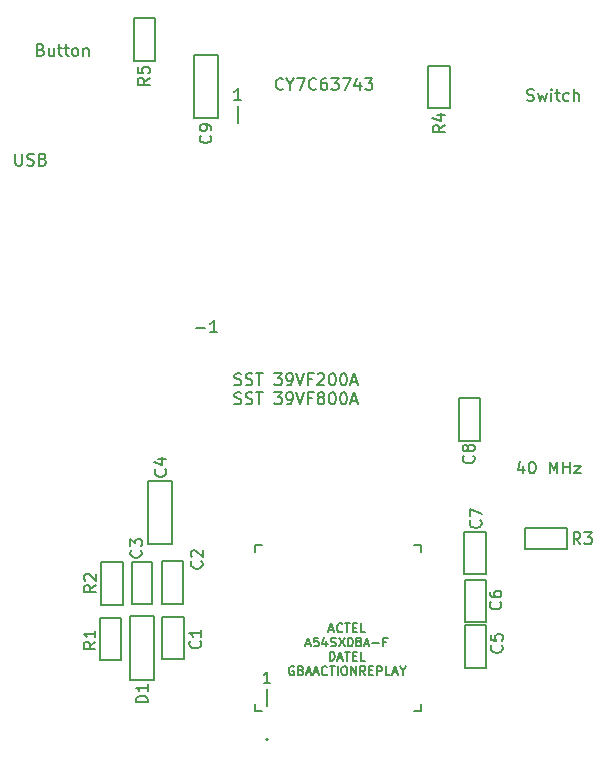
<source format=gbr>
%TF.GenerationSoftware,KiCad,Pcbnew,(6.0.2)*%
%TF.CreationDate,2022-08-25T20:59:28-05:00*%
%TF.ProjectId,REF1479,52454631-3437-4392-9e6b-696361645f70,rev?*%
%TF.SameCoordinates,Original*%
%TF.FileFunction,Legend,Top*%
%TF.FilePolarity,Positive*%
%FSLAX46Y46*%
G04 Gerber Fmt 4.6, Leading zero omitted, Abs format (unit mm)*
G04 Created by KiCad (PCBNEW (6.0.2)) date 2022-08-25 20:59:28*
%MOMM*%
%LPD*%
G01*
G04 APERTURE LIST*
%ADD10C,0.150000*%
%ADD11C,0.200000*%
%ADD12C,0.127000*%
G04 APERTURE END LIST*
D10*
X152522857Y-106739750D02*
X152880000Y-106739750D01*
X152451428Y-106954035D02*
X152701428Y-106204035D01*
X152951428Y-106954035D01*
X153630000Y-106882607D02*
X153594285Y-106918321D01*
X153487142Y-106954035D01*
X153415714Y-106954035D01*
X153308571Y-106918321D01*
X153237142Y-106846892D01*
X153201428Y-106775464D01*
X153165714Y-106632607D01*
X153165714Y-106525464D01*
X153201428Y-106382607D01*
X153237142Y-106311178D01*
X153308571Y-106239750D01*
X153415714Y-106204035D01*
X153487142Y-106204035D01*
X153594285Y-106239750D01*
X153630000Y-106275464D01*
X153844285Y-106204035D02*
X154272857Y-106204035D01*
X154058571Y-106954035D02*
X154058571Y-106204035D01*
X154522857Y-106561178D02*
X154772857Y-106561178D01*
X154880000Y-106954035D02*
X154522857Y-106954035D01*
X154522857Y-106204035D01*
X154880000Y-106204035D01*
X155558571Y-106954035D02*
X155201428Y-106954035D01*
X155201428Y-106204035D01*
X150576428Y-107947250D02*
X150933571Y-107947250D01*
X150505000Y-108161535D02*
X150755000Y-107411535D01*
X151005000Y-108161535D01*
X151612142Y-107411535D02*
X151255000Y-107411535D01*
X151219285Y-107768678D01*
X151255000Y-107732964D01*
X151326428Y-107697250D01*
X151505000Y-107697250D01*
X151576428Y-107732964D01*
X151612142Y-107768678D01*
X151647857Y-107840107D01*
X151647857Y-108018678D01*
X151612142Y-108090107D01*
X151576428Y-108125821D01*
X151505000Y-108161535D01*
X151326428Y-108161535D01*
X151255000Y-108125821D01*
X151219285Y-108090107D01*
X152290714Y-107661535D02*
X152290714Y-108161535D01*
X152112142Y-107375821D02*
X151933571Y-107911535D01*
X152397857Y-107911535D01*
X152647857Y-108125821D02*
X152755000Y-108161535D01*
X152933571Y-108161535D01*
X153005000Y-108125821D01*
X153040714Y-108090107D01*
X153076428Y-108018678D01*
X153076428Y-107947250D01*
X153040714Y-107875821D01*
X153005000Y-107840107D01*
X152933571Y-107804392D01*
X152790714Y-107768678D01*
X152719285Y-107732964D01*
X152683571Y-107697250D01*
X152647857Y-107625821D01*
X152647857Y-107554392D01*
X152683571Y-107482964D01*
X152719285Y-107447250D01*
X152790714Y-107411535D01*
X152969285Y-107411535D01*
X153076428Y-107447250D01*
X153326428Y-107411535D02*
X153826428Y-108161535D01*
X153826428Y-107411535D02*
X153326428Y-108161535D01*
X154255000Y-107411535D02*
X154326428Y-107411535D01*
X154397857Y-107447250D01*
X154433571Y-107482964D01*
X154469285Y-107554392D01*
X154505000Y-107697250D01*
X154505000Y-107875821D01*
X154469285Y-108018678D01*
X154433571Y-108090107D01*
X154397857Y-108125821D01*
X154326428Y-108161535D01*
X154255000Y-108161535D01*
X154183571Y-108125821D01*
X154147857Y-108090107D01*
X154112142Y-108018678D01*
X154076428Y-107875821D01*
X154076428Y-107697250D01*
X154112142Y-107554392D01*
X154147857Y-107482964D01*
X154183571Y-107447250D01*
X154255000Y-107411535D01*
X154933571Y-107732964D02*
X154862142Y-107697250D01*
X154826428Y-107661535D01*
X154790714Y-107590107D01*
X154790714Y-107554392D01*
X154826428Y-107482964D01*
X154862142Y-107447250D01*
X154933571Y-107411535D01*
X155076428Y-107411535D01*
X155147857Y-107447250D01*
X155183571Y-107482964D01*
X155219285Y-107554392D01*
X155219285Y-107590107D01*
X155183571Y-107661535D01*
X155147857Y-107697250D01*
X155076428Y-107732964D01*
X154933571Y-107732964D01*
X154862142Y-107768678D01*
X154826428Y-107804392D01*
X154790714Y-107875821D01*
X154790714Y-108018678D01*
X154826428Y-108090107D01*
X154862142Y-108125821D01*
X154933571Y-108161535D01*
X155076428Y-108161535D01*
X155147857Y-108125821D01*
X155183571Y-108090107D01*
X155219285Y-108018678D01*
X155219285Y-107875821D01*
X155183571Y-107804392D01*
X155147857Y-107768678D01*
X155076428Y-107732964D01*
X155505000Y-107947250D02*
X155862142Y-107947250D01*
X155433571Y-108161535D02*
X155683571Y-107411535D01*
X155933571Y-108161535D01*
X156183571Y-107875821D02*
X156755000Y-107875821D01*
X157362142Y-107768678D02*
X157112142Y-107768678D01*
X157112142Y-108161535D02*
X157112142Y-107411535D01*
X157469285Y-107411535D01*
X152558571Y-109369035D02*
X152558571Y-108619035D01*
X152737142Y-108619035D01*
X152844285Y-108654750D01*
X152915714Y-108726178D01*
X152951428Y-108797607D01*
X152987142Y-108940464D01*
X152987142Y-109047607D01*
X152951428Y-109190464D01*
X152915714Y-109261892D01*
X152844285Y-109333321D01*
X152737142Y-109369035D01*
X152558571Y-109369035D01*
X153272857Y-109154750D02*
X153630000Y-109154750D01*
X153201428Y-109369035D02*
X153451428Y-108619035D01*
X153701428Y-109369035D01*
X153844285Y-108619035D02*
X154272857Y-108619035D01*
X154058571Y-109369035D02*
X154058571Y-108619035D01*
X154522857Y-108976178D02*
X154772857Y-108976178D01*
X154880000Y-109369035D02*
X154522857Y-109369035D01*
X154522857Y-108619035D01*
X154880000Y-108619035D01*
X155558571Y-109369035D02*
X155201428Y-109369035D01*
X155201428Y-108619035D01*
X149522857Y-109862250D02*
X149451428Y-109826535D01*
X149344285Y-109826535D01*
X149237142Y-109862250D01*
X149165714Y-109933678D01*
X149130000Y-110005107D01*
X149094285Y-110147964D01*
X149094285Y-110255107D01*
X149130000Y-110397964D01*
X149165714Y-110469392D01*
X149237142Y-110540821D01*
X149344285Y-110576535D01*
X149415714Y-110576535D01*
X149522857Y-110540821D01*
X149558571Y-110505107D01*
X149558571Y-110255107D01*
X149415714Y-110255107D01*
X150130000Y-110183678D02*
X150237142Y-110219392D01*
X150272857Y-110255107D01*
X150308571Y-110326535D01*
X150308571Y-110433678D01*
X150272857Y-110505107D01*
X150237142Y-110540821D01*
X150165714Y-110576535D01*
X149880000Y-110576535D01*
X149880000Y-109826535D01*
X150130000Y-109826535D01*
X150201428Y-109862250D01*
X150237142Y-109897964D01*
X150272857Y-109969392D01*
X150272857Y-110040821D01*
X150237142Y-110112250D01*
X150201428Y-110147964D01*
X150130000Y-110183678D01*
X149880000Y-110183678D01*
X150594285Y-110362250D02*
X150951428Y-110362250D01*
X150522857Y-110576535D02*
X150772857Y-109826535D01*
X151022857Y-110576535D01*
X151237142Y-110362250D02*
X151594285Y-110362250D01*
X151165714Y-110576535D02*
X151415714Y-109826535D01*
X151665714Y-110576535D01*
X152344285Y-110505107D02*
X152308571Y-110540821D01*
X152201428Y-110576535D01*
X152130000Y-110576535D01*
X152022857Y-110540821D01*
X151951428Y-110469392D01*
X151915714Y-110397964D01*
X151880000Y-110255107D01*
X151880000Y-110147964D01*
X151915714Y-110005107D01*
X151951428Y-109933678D01*
X152022857Y-109862250D01*
X152130000Y-109826535D01*
X152201428Y-109826535D01*
X152308571Y-109862250D01*
X152344285Y-109897964D01*
X152558571Y-109826535D02*
X152987142Y-109826535D01*
X152772857Y-110576535D02*
X152772857Y-109826535D01*
X153237142Y-110576535D02*
X153237142Y-109826535D01*
X153737142Y-109826535D02*
X153880000Y-109826535D01*
X153951428Y-109862250D01*
X154022857Y-109933678D01*
X154058571Y-110076535D01*
X154058571Y-110326535D01*
X154022857Y-110469392D01*
X153951428Y-110540821D01*
X153880000Y-110576535D01*
X153737142Y-110576535D01*
X153665714Y-110540821D01*
X153594285Y-110469392D01*
X153558571Y-110326535D01*
X153558571Y-110076535D01*
X153594285Y-109933678D01*
X153665714Y-109862250D01*
X153737142Y-109826535D01*
X154380000Y-110576535D02*
X154380000Y-109826535D01*
X154808571Y-110576535D01*
X154808571Y-109826535D01*
X155594285Y-110576535D02*
X155344285Y-110219392D01*
X155165714Y-110576535D02*
X155165714Y-109826535D01*
X155451428Y-109826535D01*
X155522857Y-109862250D01*
X155558571Y-109897964D01*
X155594285Y-109969392D01*
X155594285Y-110076535D01*
X155558571Y-110147964D01*
X155522857Y-110183678D01*
X155451428Y-110219392D01*
X155165714Y-110219392D01*
X155915714Y-110183678D02*
X156165714Y-110183678D01*
X156272857Y-110576535D02*
X155915714Y-110576535D01*
X155915714Y-109826535D01*
X156272857Y-109826535D01*
X156594285Y-110576535D02*
X156594285Y-109826535D01*
X156880000Y-109826535D01*
X156951428Y-109862250D01*
X156987142Y-109897964D01*
X157022857Y-109969392D01*
X157022857Y-110076535D01*
X156987142Y-110147964D01*
X156951428Y-110183678D01*
X156880000Y-110219392D01*
X156594285Y-110219392D01*
X157701428Y-110576535D02*
X157344285Y-110576535D01*
X157344285Y-109826535D01*
X157915714Y-110362250D02*
X158272857Y-110362250D01*
X157844285Y-110576535D02*
X158094285Y-109826535D01*
X158344285Y-110576535D01*
X158737142Y-110219392D02*
X158737142Y-110576535D01*
X158487142Y-109826535D02*
X158737142Y-110219392D01*
X158987142Y-109826535D01*
X136577142Y-100017666D02*
X136624761Y-100065285D01*
X136672380Y-100208142D01*
X136672380Y-100303380D01*
X136624761Y-100446238D01*
X136529523Y-100541476D01*
X136434285Y-100589095D01*
X136243809Y-100636714D01*
X136100952Y-100636714D01*
X135910476Y-100589095D01*
X135815238Y-100541476D01*
X135720000Y-100446238D01*
X135672380Y-100303380D01*
X135672380Y-100208142D01*
X135720000Y-100065285D01*
X135767619Y-100017666D01*
X135672380Y-99684333D02*
X135672380Y-99065285D01*
X136053333Y-99398619D01*
X136053333Y-99255761D01*
X136100952Y-99160523D01*
X136148571Y-99112904D01*
X136243809Y-99065285D01*
X136481904Y-99065285D01*
X136577142Y-99112904D01*
X136624761Y-99160523D01*
X136672380Y-99255761D01*
X136672380Y-99541476D01*
X136624761Y-99636714D01*
X136577142Y-99684333D01*
X141713142Y-100948666D02*
X141760761Y-100996285D01*
X141808380Y-101139142D01*
X141808380Y-101234380D01*
X141760761Y-101377238D01*
X141665523Y-101472476D01*
X141570285Y-101520095D01*
X141379809Y-101567714D01*
X141236952Y-101567714D01*
X141046476Y-101520095D01*
X140951238Y-101472476D01*
X140856000Y-101377238D01*
X140808380Y-101234380D01*
X140808380Y-101139142D01*
X140856000Y-100996285D01*
X140903619Y-100948666D01*
X140903619Y-100567714D02*
X140856000Y-100520095D01*
X140808380Y-100424857D01*
X140808380Y-100186761D01*
X140856000Y-100091523D01*
X140903619Y-100043904D01*
X140998857Y-99996285D01*
X141094095Y-99996285D01*
X141236952Y-100043904D01*
X141808380Y-100615333D01*
X141808380Y-99996285D01*
X141593142Y-107706666D02*
X141640761Y-107754285D01*
X141688380Y-107897142D01*
X141688380Y-107992380D01*
X141640761Y-108135238D01*
X141545523Y-108230476D01*
X141450285Y-108278095D01*
X141259809Y-108325714D01*
X141116952Y-108325714D01*
X140926476Y-108278095D01*
X140831238Y-108230476D01*
X140736000Y-108135238D01*
X140688380Y-107992380D01*
X140688380Y-107897142D01*
X140736000Y-107754285D01*
X140783619Y-107706666D01*
X141688380Y-106754285D02*
X141688380Y-107325714D01*
X141688380Y-107040000D02*
X140688380Y-107040000D01*
X140831238Y-107135238D01*
X140926476Y-107230476D01*
X140974095Y-107325714D01*
X137152380Y-112904095D02*
X136152380Y-112904095D01*
X136152380Y-112666000D01*
X136200000Y-112523142D01*
X136295238Y-112427904D01*
X136390476Y-112380285D01*
X136580952Y-112332666D01*
X136723809Y-112332666D01*
X136914285Y-112380285D01*
X137009523Y-112427904D01*
X137104761Y-112523142D01*
X137152380Y-112666000D01*
X137152380Y-112904095D01*
X137152380Y-111380285D02*
X137152380Y-111951714D01*
X137152380Y-111666000D02*
X136152380Y-111666000D01*
X136295238Y-111761238D01*
X136390476Y-111856476D01*
X136438095Y-111951714D01*
X132767380Y-102961666D02*
X132291190Y-103295000D01*
X132767380Y-103533095D02*
X131767380Y-103533095D01*
X131767380Y-103152142D01*
X131815000Y-103056904D01*
X131862619Y-103009285D01*
X131957857Y-102961666D01*
X132100714Y-102961666D01*
X132195952Y-103009285D01*
X132243571Y-103056904D01*
X132291190Y-103152142D01*
X132291190Y-103533095D01*
X131862619Y-102580714D02*
X131815000Y-102533095D01*
X131767380Y-102437857D01*
X131767380Y-102199761D01*
X131815000Y-102104523D01*
X131862619Y-102056904D01*
X131957857Y-102009285D01*
X132053095Y-102009285D01*
X132195952Y-102056904D01*
X132767380Y-102628333D01*
X132767380Y-102009285D01*
X132737380Y-107767666D02*
X132261190Y-108101000D01*
X132737380Y-108339095D02*
X131737380Y-108339095D01*
X131737380Y-107958142D01*
X131785000Y-107862904D01*
X131832619Y-107815285D01*
X131927857Y-107767666D01*
X132070714Y-107767666D01*
X132165952Y-107815285D01*
X132213571Y-107862904D01*
X132261190Y-107958142D01*
X132261190Y-108339095D01*
X132737380Y-106815285D02*
X132737380Y-107386714D01*
X132737380Y-107101000D02*
X131737380Y-107101000D01*
X131880238Y-107196238D01*
X131975476Y-107291476D01*
X132023095Y-107386714D01*
X163529000Y-87152000D02*
X165251000Y-87152000D01*
X165251000Y-87152000D02*
X165251000Y-90730000D01*
X165251000Y-90730000D02*
X163529000Y-90730000D01*
X163529000Y-90730000D02*
X163529000Y-87152000D01*
X163988000Y-106366000D02*
X165817000Y-106366000D01*
X165817000Y-106366000D02*
X165817000Y-109943000D01*
X165817000Y-109943000D02*
X163988000Y-109943000D01*
X163988000Y-109943000D02*
X163988000Y-106366000D01*
X163988000Y-102534000D02*
X165776000Y-102534000D01*
X165776000Y-102534000D02*
X165776000Y-106112000D01*
X165776000Y-106112000D02*
X163988000Y-106112000D01*
X163988000Y-106112000D02*
X163988000Y-102534000D01*
X163961000Y-98462000D02*
X165803000Y-98462000D01*
X165803000Y-98462000D02*
X165803000Y-102040000D01*
X165803000Y-102040000D02*
X163961000Y-102040000D01*
X163961000Y-102040000D02*
X163961000Y-98462000D01*
X169119000Y-98128000D02*
X172679000Y-98128000D01*
X172679000Y-98128000D02*
X172679000Y-99873000D01*
X172679000Y-99873000D02*
X169119000Y-99873000D01*
X169119000Y-99873000D02*
X169119000Y-98128000D01*
X160911000Y-59020000D02*
X162718000Y-59020000D01*
X162718000Y-59020000D02*
X162718000Y-62606000D01*
X162718000Y-62606000D02*
X160911000Y-62606000D01*
X160911000Y-62606000D02*
X160911000Y-59020000D01*
X141051000Y-58071000D02*
X143120000Y-58071000D01*
X143120000Y-58071000D02*
X143120000Y-63451000D01*
X143120000Y-63451000D02*
X141051000Y-63451000D01*
X141051000Y-63451000D02*
X141051000Y-58071000D01*
X135999000Y-54990000D02*
X137792000Y-54990000D01*
X137792000Y-54990000D02*
X137792000Y-58551000D01*
X137792000Y-58551000D02*
X135999000Y-58551000D01*
X135999000Y-58551000D02*
X135999000Y-54990000D01*
X138388000Y-105682000D02*
X140213000Y-105682000D01*
X140213000Y-105682000D02*
X140213000Y-109251000D01*
X140213000Y-109251000D02*
X138388000Y-109251000D01*
X138388000Y-109251000D02*
X138388000Y-105682000D01*
X135692000Y-105593000D02*
X137694000Y-105593000D01*
X137694000Y-105593000D02*
X137694000Y-110978000D01*
X137694000Y-110978000D02*
X135692000Y-110978000D01*
X135692000Y-110978000D02*
X135692000Y-105593000D01*
X133155000Y-105727000D02*
X134891000Y-105727000D01*
X134891000Y-105727000D02*
X134891000Y-109269000D01*
X134891000Y-109269000D02*
X133155000Y-109269000D01*
X133155000Y-109269000D02*
X133155000Y-105727000D01*
X138365000Y-100964000D02*
X140154000Y-100964000D01*
X140154000Y-100964000D02*
X140154000Y-104555000D01*
X140154000Y-104555000D02*
X138365000Y-104555000D01*
X138365000Y-104555000D02*
X138365000Y-100964000D01*
X135802000Y-101004000D02*
X137551000Y-101004000D01*
X137551000Y-101004000D02*
X137551000Y-104595000D01*
X137551000Y-104595000D02*
X135802000Y-104595000D01*
X135802000Y-104595000D02*
X135802000Y-101004000D01*
X133239000Y-101044000D02*
X135041000Y-101044000D01*
X135041000Y-101044000D02*
X135041000Y-104648000D01*
X135041000Y-104648000D02*
X133239000Y-104648000D01*
X133239000Y-104648000D02*
X133239000Y-101044000D01*
X137203000Y-94109000D02*
X139225000Y-94109000D01*
X139225000Y-94109000D02*
X139225000Y-99516000D01*
X139225000Y-99516000D02*
X137203000Y-99516000D01*
X137203000Y-99516000D02*
X137203000Y-94109000D01*
X138641142Y-93154666D02*
X138688761Y-93202285D01*
X138736380Y-93345142D01*
X138736380Y-93440380D01*
X138688761Y-93583238D01*
X138593523Y-93678476D01*
X138498285Y-93726095D01*
X138307809Y-93773714D01*
X138164952Y-93773714D01*
X137974476Y-93726095D01*
X137879238Y-93678476D01*
X137784000Y-93583238D01*
X137736380Y-93440380D01*
X137736380Y-93345142D01*
X137784000Y-93202285D01*
X137831619Y-93154666D01*
X138069714Y-92297523D02*
X138736380Y-92297523D01*
X137688761Y-92535619D02*
X138403047Y-92773714D01*
X138403047Y-92154666D01*
X167115142Y-108064666D02*
X167162761Y-108112285D01*
X167210380Y-108255142D01*
X167210380Y-108350380D01*
X167162761Y-108493238D01*
X167067523Y-108588476D01*
X166972285Y-108636095D01*
X166781809Y-108683714D01*
X166638952Y-108683714D01*
X166448476Y-108636095D01*
X166353238Y-108588476D01*
X166258000Y-108493238D01*
X166210380Y-108350380D01*
X166210380Y-108255142D01*
X166258000Y-108112285D01*
X166305619Y-108064666D01*
X166210380Y-107159904D02*
X166210380Y-107636095D01*
X166686571Y-107683714D01*
X166638952Y-107636095D01*
X166591333Y-107540857D01*
X166591333Y-107302761D01*
X166638952Y-107207523D01*
X166686571Y-107159904D01*
X166781809Y-107112285D01*
X167019904Y-107112285D01*
X167115142Y-107159904D01*
X167162761Y-107207523D01*
X167210380Y-107302761D01*
X167210380Y-107540857D01*
X167162761Y-107636095D01*
X167115142Y-107683714D01*
X167003142Y-104379666D02*
X167050761Y-104427285D01*
X167098380Y-104570142D01*
X167098380Y-104665380D01*
X167050761Y-104808238D01*
X166955523Y-104903476D01*
X166860285Y-104951095D01*
X166669809Y-104998714D01*
X166526952Y-104998714D01*
X166336476Y-104951095D01*
X166241238Y-104903476D01*
X166146000Y-104808238D01*
X166098380Y-104665380D01*
X166098380Y-104570142D01*
X166146000Y-104427285D01*
X166193619Y-104379666D01*
X166098380Y-103522523D02*
X166098380Y-103713000D01*
X166146000Y-103808238D01*
X166193619Y-103855857D01*
X166336476Y-103951095D01*
X166526952Y-103998714D01*
X166907904Y-103998714D01*
X167003142Y-103951095D01*
X167050761Y-103903476D01*
X167098380Y-103808238D01*
X167098380Y-103617761D01*
X167050761Y-103522523D01*
X167003142Y-103474904D01*
X166907904Y-103427285D01*
X166669809Y-103427285D01*
X166574571Y-103474904D01*
X166526952Y-103522523D01*
X166479333Y-103617761D01*
X166479333Y-103808238D01*
X166526952Y-103903476D01*
X166574571Y-103951095D01*
X166669809Y-103998714D01*
X165332142Y-97479666D02*
X165379761Y-97527285D01*
X165427380Y-97670142D01*
X165427380Y-97765380D01*
X165379761Y-97908238D01*
X165284523Y-98003476D01*
X165189285Y-98051095D01*
X164998809Y-98098714D01*
X164855952Y-98098714D01*
X164665476Y-98051095D01*
X164570238Y-98003476D01*
X164475000Y-97908238D01*
X164427380Y-97765380D01*
X164427380Y-97670142D01*
X164475000Y-97527285D01*
X164522619Y-97479666D01*
X164427380Y-97146333D02*
X164427380Y-96479666D01*
X165427380Y-96908238D01*
X173795333Y-99498380D02*
X173462000Y-99022190D01*
X173223904Y-99498380D02*
X173223904Y-98498380D01*
X173604857Y-98498380D01*
X173700095Y-98546000D01*
X173747714Y-98593619D01*
X173795333Y-98688857D01*
X173795333Y-98831714D01*
X173747714Y-98926952D01*
X173700095Y-98974571D01*
X173604857Y-99022190D01*
X173223904Y-99022190D01*
X174128666Y-98498380D02*
X174747714Y-98498380D01*
X174414380Y-98879333D01*
X174557238Y-98879333D01*
X174652476Y-98926952D01*
X174700095Y-98974571D01*
X174747714Y-99069809D01*
X174747714Y-99307904D01*
X174700095Y-99403142D01*
X174652476Y-99450761D01*
X174557238Y-99498380D01*
X174271523Y-99498380D01*
X174176285Y-99450761D01*
X174128666Y-99403142D01*
X164739142Y-92025666D02*
X164786761Y-92073285D01*
X164834380Y-92216142D01*
X164834380Y-92311380D01*
X164786761Y-92454238D01*
X164691523Y-92549476D01*
X164596285Y-92597095D01*
X164405809Y-92644714D01*
X164262952Y-92644714D01*
X164072476Y-92597095D01*
X163977238Y-92549476D01*
X163882000Y-92454238D01*
X163834380Y-92311380D01*
X163834380Y-92216142D01*
X163882000Y-92073285D01*
X163929619Y-92025666D01*
X164262952Y-91454238D02*
X164215333Y-91549476D01*
X164167714Y-91597095D01*
X164072476Y-91644714D01*
X164024857Y-91644714D01*
X163929619Y-91597095D01*
X163882000Y-91549476D01*
X163834380Y-91454238D01*
X163834380Y-91263761D01*
X163882000Y-91168523D01*
X163929619Y-91120904D01*
X164024857Y-91073285D01*
X164072476Y-91073285D01*
X164167714Y-91120904D01*
X164215333Y-91168523D01*
X164262952Y-91263761D01*
X164262952Y-91454238D01*
X164310571Y-91549476D01*
X164358190Y-91597095D01*
X164453428Y-91644714D01*
X164643904Y-91644714D01*
X164739142Y-91597095D01*
X164786761Y-91549476D01*
X164834380Y-91454238D01*
X164834380Y-91263761D01*
X164786761Y-91168523D01*
X164739142Y-91120904D01*
X164643904Y-91073285D01*
X164453428Y-91073285D01*
X164358190Y-91120904D01*
X164310571Y-91168523D01*
X164262952Y-91263761D01*
X162307380Y-64021666D02*
X161831190Y-64355000D01*
X162307380Y-64593095D02*
X161307380Y-64593095D01*
X161307380Y-64212142D01*
X161355000Y-64116904D01*
X161402619Y-64069285D01*
X161497857Y-64021666D01*
X161640714Y-64021666D01*
X161735952Y-64069285D01*
X161783571Y-64116904D01*
X161831190Y-64212142D01*
X161831190Y-64593095D01*
X161640714Y-63164523D02*
X162307380Y-63164523D01*
X161259761Y-63402619D02*
X161974047Y-63640714D01*
X161974047Y-63021666D01*
X142451142Y-64898666D02*
X142498761Y-64946285D01*
X142546380Y-65089142D01*
X142546380Y-65184380D01*
X142498761Y-65327238D01*
X142403523Y-65422476D01*
X142308285Y-65470095D01*
X142117809Y-65517714D01*
X141974952Y-65517714D01*
X141784476Y-65470095D01*
X141689238Y-65422476D01*
X141594000Y-65327238D01*
X141546380Y-65184380D01*
X141546380Y-65089142D01*
X141594000Y-64946285D01*
X141641619Y-64898666D01*
X142546380Y-64422476D02*
X142546380Y-64232000D01*
X142498761Y-64136761D01*
X142451142Y-64089142D01*
X142308285Y-63993904D01*
X142117809Y-63946285D01*
X141736857Y-63946285D01*
X141641619Y-63993904D01*
X141594000Y-64041523D01*
X141546380Y-64136761D01*
X141546380Y-64327238D01*
X141594000Y-64422476D01*
X141641619Y-64470095D01*
X141736857Y-64517714D01*
X141974952Y-64517714D01*
X142070190Y-64470095D01*
X142117809Y-64422476D01*
X142165428Y-64327238D01*
X142165428Y-64136761D01*
X142117809Y-64041523D01*
X142070190Y-63993904D01*
X141974952Y-63946285D01*
X137313380Y-60012666D02*
X136837190Y-60346000D01*
X137313380Y-60584095D02*
X136313380Y-60584095D01*
X136313380Y-60203142D01*
X136361000Y-60107904D01*
X136408619Y-60060285D01*
X136503857Y-60012666D01*
X136646714Y-60012666D01*
X136741952Y-60060285D01*
X136789571Y-60107904D01*
X136837190Y-60203142D01*
X136837190Y-60584095D01*
X136313380Y-59107904D02*
X136313380Y-59584095D01*
X136789571Y-59631714D01*
X136741952Y-59584095D01*
X136694333Y-59488857D01*
X136694333Y-59250761D01*
X136741952Y-59155523D01*
X136789571Y-59107904D01*
X136884809Y-59060285D01*
X137122904Y-59060285D01*
X137218142Y-59107904D01*
X137265761Y-59155523D01*
X137313380Y-59250761D01*
X137313380Y-59488857D01*
X137265761Y-59584095D01*
X137218142Y-59631714D01*
X168948333Y-92847714D02*
X168948333Y-93514380D01*
X168710238Y-92466761D02*
X168472142Y-93181047D01*
X169091190Y-93181047D01*
X169662619Y-92514380D02*
X169757857Y-92514380D01*
X169853095Y-92562000D01*
X169900714Y-92609619D01*
X169948333Y-92704857D01*
X169995952Y-92895333D01*
X169995952Y-93133428D01*
X169948333Y-93323904D01*
X169900714Y-93419142D01*
X169853095Y-93466761D01*
X169757857Y-93514380D01*
X169662619Y-93514380D01*
X169567380Y-93466761D01*
X169519761Y-93419142D01*
X169472142Y-93323904D01*
X169424523Y-93133428D01*
X169424523Y-92895333D01*
X169472142Y-92704857D01*
X169519761Y-92609619D01*
X169567380Y-92562000D01*
X169662619Y-92514380D01*
X171186428Y-93514380D02*
X171186428Y-92514380D01*
X171519761Y-93228666D01*
X171853095Y-92514380D01*
X171853095Y-93514380D01*
X172329285Y-93514380D02*
X172329285Y-92514380D01*
X172329285Y-92990571D02*
X172900714Y-92990571D01*
X172900714Y-93514380D02*
X172900714Y-92514380D01*
X173281666Y-92847714D02*
X173805476Y-92847714D01*
X173281666Y-93514380D01*
X173805476Y-93514380D01*
X145064714Y-61903380D02*
X144493285Y-61903380D01*
X144779000Y-61903380D02*
X144779000Y-60903380D01*
X144683761Y-61046238D01*
X144588523Y-61141476D01*
X144493285Y-61189095D01*
X144779000Y-63846714D02*
X144779000Y-62418142D01*
X148616809Y-60940142D02*
X148569190Y-60987761D01*
X148426333Y-61035380D01*
X148331095Y-61035380D01*
X148188238Y-60987761D01*
X148093000Y-60892523D01*
X148045380Y-60797285D01*
X147997761Y-60606809D01*
X147997761Y-60463952D01*
X148045380Y-60273476D01*
X148093000Y-60178238D01*
X148188238Y-60083000D01*
X148331095Y-60035380D01*
X148426333Y-60035380D01*
X148569190Y-60083000D01*
X148616809Y-60130619D01*
X149235857Y-60559190D02*
X149235857Y-61035380D01*
X148902523Y-60035380D02*
X149235857Y-60559190D01*
X149569190Y-60035380D01*
X149807285Y-60035380D02*
X150473952Y-60035380D01*
X150045380Y-61035380D01*
X151426333Y-60940142D02*
X151378714Y-60987761D01*
X151235857Y-61035380D01*
X151140619Y-61035380D01*
X150997761Y-60987761D01*
X150902523Y-60892523D01*
X150854904Y-60797285D01*
X150807285Y-60606809D01*
X150807285Y-60463952D01*
X150854904Y-60273476D01*
X150902523Y-60178238D01*
X150997761Y-60083000D01*
X151140619Y-60035380D01*
X151235857Y-60035380D01*
X151378714Y-60083000D01*
X151426333Y-60130619D01*
X152283476Y-60035380D02*
X152093000Y-60035380D01*
X151997761Y-60083000D01*
X151950142Y-60130619D01*
X151854904Y-60273476D01*
X151807285Y-60463952D01*
X151807285Y-60844904D01*
X151854904Y-60940142D01*
X151902523Y-60987761D01*
X151997761Y-61035380D01*
X152188238Y-61035380D01*
X152283476Y-60987761D01*
X152331095Y-60940142D01*
X152378714Y-60844904D01*
X152378714Y-60606809D01*
X152331095Y-60511571D01*
X152283476Y-60463952D01*
X152188238Y-60416333D01*
X151997761Y-60416333D01*
X151902523Y-60463952D01*
X151854904Y-60511571D01*
X151807285Y-60606809D01*
X152712047Y-60035380D02*
X153331095Y-60035380D01*
X152997761Y-60416333D01*
X153140619Y-60416333D01*
X153235857Y-60463952D01*
X153283476Y-60511571D01*
X153331095Y-60606809D01*
X153331095Y-60844904D01*
X153283476Y-60940142D01*
X153235857Y-60987761D01*
X153140619Y-61035380D01*
X152854904Y-61035380D01*
X152759666Y-60987761D01*
X152712047Y-60940142D01*
X153664428Y-60035380D02*
X154331095Y-60035380D01*
X153902523Y-61035380D01*
X155140619Y-60368714D02*
X155140619Y-61035380D01*
X154902523Y-59987761D02*
X154664428Y-60702047D01*
X155283476Y-60702047D01*
X155569190Y-60035380D02*
X156188238Y-60035380D01*
X155854904Y-60416333D01*
X155997761Y-60416333D01*
X156093000Y-60463952D01*
X156140619Y-60511571D01*
X156188238Y-60606809D01*
X156188238Y-60844904D01*
X156140619Y-60940142D01*
X156093000Y-60987761D01*
X155997761Y-61035380D01*
X155712047Y-61035380D01*
X155616809Y-60987761D01*
X155569190Y-60940142D01*
X125952095Y-66443380D02*
X125952095Y-67252904D01*
X125999714Y-67348142D01*
X126047333Y-67395761D01*
X126142571Y-67443380D01*
X126333047Y-67443380D01*
X126428285Y-67395761D01*
X126475904Y-67348142D01*
X126523523Y-67252904D01*
X126523523Y-66443380D01*
X126952095Y-67395761D02*
X127094952Y-67443380D01*
X127333047Y-67443380D01*
X127428285Y-67395761D01*
X127475904Y-67348142D01*
X127523523Y-67252904D01*
X127523523Y-67157666D01*
X127475904Y-67062428D01*
X127428285Y-67014809D01*
X127333047Y-66967190D01*
X127142571Y-66919571D01*
X127047333Y-66871952D01*
X126999714Y-66824333D01*
X126952095Y-66729095D01*
X126952095Y-66633857D01*
X126999714Y-66538619D01*
X127047333Y-66491000D01*
X127142571Y-66443380D01*
X127380666Y-66443380D01*
X127523523Y-66491000D01*
X128285428Y-66919571D02*
X128428285Y-66967190D01*
X128475904Y-67014809D01*
X128523523Y-67110047D01*
X128523523Y-67252904D01*
X128475904Y-67348142D01*
X128428285Y-67395761D01*
X128333047Y-67443380D01*
X127952095Y-67443380D01*
X127952095Y-66443380D01*
X128285428Y-66443380D01*
X128380666Y-66491000D01*
X128428285Y-66538619D01*
X128475904Y-66633857D01*
X128475904Y-66729095D01*
X128428285Y-66824333D01*
X128380666Y-66871952D01*
X128285428Y-66919571D01*
X127952095Y-66919571D01*
X128099857Y-57638571D02*
X128242714Y-57686190D01*
X128290333Y-57733809D01*
X128337952Y-57829047D01*
X128337952Y-57971904D01*
X128290333Y-58067142D01*
X128242714Y-58114761D01*
X128147476Y-58162380D01*
X127766523Y-58162380D01*
X127766523Y-57162380D01*
X128099857Y-57162380D01*
X128195095Y-57210000D01*
X128242714Y-57257619D01*
X128290333Y-57352857D01*
X128290333Y-57448095D01*
X128242714Y-57543333D01*
X128195095Y-57590952D01*
X128099857Y-57638571D01*
X127766523Y-57638571D01*
X129195095Y-57495714D02*
X129195095Y-58162380D01*
X128766523Y-57495714D02*
X128766523Y-58019523D01*
X128814142Y-58114761D01*
X128909380Y-58162380D01*
X129052238Y-58162380D01*
X129147476Y-58114761D01*
X129195095Y-58067142D01*
X129528428Y-57495714D02*
X129909380Y-57495714D01*
X129671285Y-57162380D02*
X129671285Y-58019523D01*
X129718904Y-58114761D01*
X129814142Y-58162380D01*
X129909380Y-58162380D01*
X130099857Y-57495714D02*
X130480809Y-57495714D01*
X130242714Y-57162380D02*
X130242714Y-58019523D01*
X130290333Y-58114761D01*
X130385571Y-58162380D01*
X130480809Y-58162380D01*
X130957000Y-58162380D02*
X130861761Y-58114761D01*
X130814142Y-58067142D01*
X130766523Y-57971904D01*
X130766523Y-57686190D01*
X130814142Y-57590952D01*
X130861761Y-57543333D01*
X130957000Y-57495714D01*
X131099857Y-57495714D01*
X131195095Y-57543333D01*
X131242714Y-57590952D01*
X131290333Y-57686190D01*
X131290333Y-57971904D01*
X131242714Y-58067142D01*
X131195095Y-58114761D01*
X131099857Y-58162380D01*
X130957000Y-58162380D01*
X131718904Y-57495714D02*
X131718904Y-58162380D01*
X131718904Y-57590952D02*
X131766523Y-57543333D01*
X131861761Y-57495714D01*
X132004619Y-57495714D01*
X132099857Y-57543333D01*
X132147476Y-57638571D01*
X132147476Y-58162380D01*
X169286714Y-61933761D02*
X169429571Y-61981380D01*
X169667666Y-61981380D01*
X169762904Y-61933761D01*
X169810523Y-61886142D01*
X169858142Y-61790904D01*
X169858142Y-61695666D01*
X169810523Y-61600428D01*
X169762904Y-61552809D01*
X169667666Y-61505190D01*
X169477190Y-61457571D01*
X169381952Y-61409952D01*
X169334333Y-61362333D01*
X169286714Y-61267095D01*
X169286714Y-61171857D01*
X169334333Y-61076619D01*
X169381952Y-61029000D01*
X169477190Y-60981380D01*
X169715285Y-60981380D01*
X169858142Y-61029000D01*
X170191476Y-61314714D02*
X170381952Y-61981380D01*
X170572428Y-61505190D01*
X170762904Y-61981380D01*
X170953380Y-61314714D01*
X171334333Y-61981380D02*
X171334333Y-61314714D01*
X171334333Y-60981380D02*
X171286714Y-61029000D01*
X171334333Y-61076619D01*
X171381952Y-61029000D01*
X171334333Y-60981380D01*
X171334333Y-61076619D01*
X171667666Y-61314714D02*
X172048619Y-61314714D01*
X171810523Y-60981380D02*
X171810523Y-61838523D01*
X171858142Y-61933761D01*
X171953380Y-61981380D01*
X172048619Y-61981380D01*
X172810523Y-61933761D02*
X172715285Y-61981380D01*
X172524809Y-61981380D01*
X172429571Y-61933761D01*
X172381952Y-61886142D01*
X172334333Y-61790904D01*
X172334333Y-61505190D01*
X172381952Y-61409952D01*
X172429571Y-61362333D01*
X172524809Y-61314714D01*
X172715285Y-61314714D01*
X172810523Y-61362333D01*
X173239095Y-61981380D02*
X173239095Y-60981380D01*
X173667666Y-61981380D02*
X173667666Y-61457571D01*
X173620047Y-61362333D01*
X173524809Y-61314714D01*
X173381952Y-61314714D01*
X173286714Y-61362333D01*
X173239095Y-61409952D01*
X144498523Y-85984761D02*
X144641380Y-86032380D01*
X144879476Y-86032380D01*
X144974714Y-85984761D01*
X145022333Y-85937142D01*
X145069952Y-85841904D01*
X145069952Y-85746666D01*
X145022333Y-85651428D01*
X144974714Y-85603809D01*
X144879476Y-85556190D01*
X144689000Y-85508571D01*
X144593761Y-85460952D01*
X144546142Y-85413333D01*
X144498523Y-85318095D01*
X144498523Y-85222857D01*
X144546142Y-85127619D01*
X144593761Y-85080000D01*
X144689000Y-85032380D01*
X144927095Y-85032380D01*
X145069952Y-85080000D01*
X145450904Y-85984761D02*
X145593761Y-86032380D01*
X145831857Y-86032380D01*
X145927095Y-85984761D01*
X145974714Y-85937142D01*
X146022333Y-85841904D01*
X146022333Y-85746666D01*
X145974714Y-85651428D01*
X145927095Y-85603809D01*
X145831857Y-85556190D01*
X145641380Y-85508571D01*
X145546142Y-85460952D01*
X145498523Y-85413333D01*
X145450904Y-85318095D01*
X145450904Y-85222857D01*
X145498523Y-85127619D01*
X145546142Y-85080000D01*
X145641380Y-85032380D01*
X145879476Y-85032380D01*
X146022333Y-85080000D01*
X146308047Y-85032380D02*
X146879476Y-85032380D01*
X146593761Y-86032380D02*
X146593761Y-85032380D01*
X147879476Y-85032380D02*
X148498523Y-85032380D01*
X148165190Y-85413333D01*
X148308047Y-85413333D01*
X148403285Y-85460952D01*
X148450904Y-85508571D01*
X148498523Y-85603809D01*
X148498523Y-85841904D01*
X148450904Y-85937142D01*
X148403285Y-85984761D01*
X148308047Y-86032380D01*
X148022333Y-86032380D01*
X147927095Y-85984761D01*
X147879476Y-85937142D01*
X148974714Y-86032380D02*
X149165190Y-86032380D01*
X149260428Y-85984761D01*
X149308047Y-85937142D01*
X149403285Y-85794285D01*
X149450904Y-85603809D01*
X149450904Y-85222857D01*
X149403285Y-85127619D01*
X149355666Y-85080000D01*
X149260428Y-85032380D01*
X149069952Y-85032380D01*
X148974714Y-85080000D01*
X148927095Y-85127619D01*
X148879476Y-85222857D01*
X148879476Y-85460952D01*
X148927095Y-85556190D01*
X148974714Y-85603809D01*
X149069952Y-85651428D01*
X149260428Y-85651428D01*
X149355666Y-85603809D01*
X149403285Y-85556190D01*
X149450904Y-85460952D01*
X149736619Y-85032380D02*
X150069952Y-86032380D01*
X150403285Y-85032380D01*
X151069952Y-85508571D02*
X150736619Y-85508571D01*
X150736619Y-86032380D02*
X150736619Y-85032380D01*
X151212809Y-85032380D01*
X151546142Y-85127619D02*
X151593761Y-85080000D01*
X151689000Y-85032380D01*
X151927095Y-85032380D01*
X152022333Y-85080000D01*
X152069952Y-85127619D01*
X152117571Y-85222857D01*
X152117571Y-85318095D01*
X152069952Y-85460952D01*
X151498523Y-86032380D01*
X152117571Y-86032380D01*
X152736619Y-85032380D02*
X152831857Y-85032380D01*
X152927095Y-85080000D01*
X152974714Y-85127619D01*
X153022333Y-85222857D01*
X153069952Y-85413333D01*
X153069952Y-85651428D01*
X153022333Y-85841904D01*
X152974714Y-85937142D01*
X152927095Y-85984761D01*
X152831857Y-86032380D01*
X152736619Y-86032380D01*
X152641380Y-85984761D01*
X152593761Y-85937142D01*
X152546142Y-85841904D01*
X152498523Y-85651428D01*
X152498523Y-85413333D01*
X152546142Y-85222857D01*
X152593761Y-85127619D01*
X152641380Y-85080000D01*
X152736619Y-85032380D01*
X153689000Y-85032380D02*
X153784238Y-85032380D01*
X153879476Y-85080000D01*
X153927095Y-85127619D01*
X153974714Y-85222857D01*
X154022333Y-85413333D01*
X154022333Y-85651428D01*
X153974714Y-85841904D01*
X153927095Y-85937142D01*
X153879476Y-85984761D01*
X153784238Y-86032380D01*
X153689000Y-86032380D01*
X153593761Y-85984761D01*
X153546142Y-85937142D01*
X153498523Y-85841904D01*
X153450904Y-85651428D01*
X153450904Y-85413333D01*
X153498523Y-85222857D01*
X153546142Y-85127619D01*
X153593761Y-85080000D01*
X153689000Y-85032380D01*
X154403285Y-85746666D02*
X154879476Y-85746666D01*
X154308047Y-86032380D02*
X154641380Y-85032380D01*
X154974714Y-86032380D01*
X144498523Y-87594761D02*
X144641380Y-87642380D01*
X144879476Y-87642380D01*
X144974714Y-87594761D01*
X145022333Y-87547142D01*
X145069952Y-87451904D01*
X145069952Y-87356666D01*
X145022333Y-87261428D01*
X144974714Y-87213809D01*
X144879476Y-87166190D01*
X144689000Y-87118571D01*
X144593761Y-87070952D01*
X144546142Y-87023333D01*
X144498523Y-86928095D01*
X144498523Y-86832857D01*
X144546142Y-86737619D01*
X144593761Y-86690000D01*
X144689000Y-86642380D01*
X144927095Y-86642380D01*
X145069952Y-86690000D01*
X145450904Y-87594761D02*
X145593761Y-87642380D01*
X145831857Y-87642380D01*
X145927095Y-87594761D01*
X145974714Y-87547142D01*
X146022333Y-87451904D01*
X146022333Y-87356666D01*
X145974714Y-87261428D01*
X145927095Y-87213809D01*
X145831857Y-87166190D01*
X145641380Y-87118571D01*
X145546142Y-87070952D01*
X145498523Y-87023333D01*
X145450904Y-86928095D01*
X145450904Y-86832857D01*
X145498523Y-86737619D01*
X145546142Y-86690000D01*
X145641380Y-86642380D01*
X145879476Y-86642380D01*
X146022333Y-86690000D01*
X146308047Y-86642380D02*
X146879476Y-86642380D01*
X146593761Y-87642380D02*
X146593761Y-86642380D01*
X147879476Y-86642380D02*
X148498523Y-86642380D01*
X148165190Y-87023333D01*
X148308047Y-87023333D01*
X148403285Y-87070952D01*
X148450904Y-87118571D01*
X148498523Y-87213809D01*
X148498523Y-87451904D01*
X148450904Y-87547142D01*
X148403285Y-87594761D01*
X148308047Y-87642380D01*
X148022333Y-87642380D01*
X147927095Y-87594761D01*
X147879476Y-87547142D01*
X148974714Y-87642380D02*
X149165190Y-87642380D01*
X149260428Y-87594761D01*
X149308047Y-87547142D01*
X149403285Y-87404285D01*
X149450904Y-87213809D01*
X149450904Y-86832857D01*
X149403285Y-86737619D01*
X149355666Y-86690000D01*
X149260428Y-86642380D01*
X149069952Y-86642380D01*
X148974714Y-86690000D01*
X148927095Y-86737619D01*
X148879476Y-86832857D01*
X148879476Y-87070952D01*
X148927095Y-87166190D01*
X148974714Y-87213809D01*
X149069952Y-87261428D01*
X149260428Y-87261428D01*
X149355666Y-87213809D01*
X149403285Y-87166190D01*
X149450904Y-87070952D01*
X149736619Y-86642380D02*
X150069952Y-87642380D01*
X150403285Y-86642380D01*
X151069952Y-87118571D02*
X150736619Y-87118571D01*
X150736619Y-87642380D02*
X150736619Y-86642380D01*
X151212809Y-86642380D01*
X151736619Y-87070952D02*
X151641380Y-87023333D01*
X151593761Y-86975714D01*
X151546142Y-86880476D01*
X151546142Y-86832857D01*
X151593761Y-86737619D01*
X151641380Y-86690000D01*
X151736619Y-86642380D01*
X151927095Y-86642380D01*
X152022333Y-86690000D01*
X152069952Y-86737619D01*
X152117571Y-86832857D01*
X152117571Y-86880476D01*
X152069952Y-86975714D01*
X152022333Y-87023333D01*
X151927095Y-87070952D01*
X151736619Y-87070952D01*
X151641380Y-87118571D01*
X151593761Y-87166190D01*
X151546142Y-87261428D01*
X151546142Y-87451904D01*
X151593761Y-87547142D01*
X151641380Y-87594761D01*
X151736619Y-87642380D01*
X151927095Y-87642380D01*
X152022333Y-87594761D01*
X152069952Y-87547142D01*
X152117571Y-87451904D01*
X152117571Y-87261428D01*
X152069952Y-87166190D01*
X152022333Y-87118571D01*
X151927095Y-87070952D01*
X152736619Y-86642380D02*
X152831857Y-86642380D01*
X152927095Y-86690000D01*
X152974714Y-86737619D01*
X153022333Y-86832857D01*
X153069952Y-87023333D01*
X153069952Y-87261428D01*
X153022333Y-87451904D01*
X152974714Y-87547142D01*
X152927095Y-87594761D01*
X152831857Y-87642380D01*
X152736619Y-87642380D01*
X152641380Y-87594761D01*
X152593761Y-87547142D01*
X152546142Y-87451904D01*
X152498523Y-87261428D01*
X152498523Y-87023333D01*
X152546142Y-86832857D01*
X152593761Y-86737619D01*
X152641380Y-86690000D01*
X152736619Y-86642380D01*
X153689000Y-86642380D02*
X153784238Y-86642380D01*
X153879476Y-86690000D01*
X153927095Y-86737619D01*
X153974714Y-86832857D01*
X154022333Y-87023333D01*
X154022333Y-87261428D01*
X153974714Y-87451904D01*
X153927095Y-87547142D01*
X153879476Y-87594761D01*
X153784238Y-87642380D01*
X153689000Y-87642380D01*
X153593761Y-87594761D01*
X153546142Y-87547142D01*
X153498523Y-87451904D01*
X153450904Y-87261428D01*
X153450904Y-87023333D01*
X153498523Y-86832857D01*
X153546142Y-86737619D01*
X153593761Y-86690000D01*
X153689000Y-86642380D01*
X154403285Y-87356666D02*
X154879476Y-87356666D01*
X154308047Y-87642380D02*
X154641380Y-86642380D01*
X154974714Y-87642380D01*
X141269857Y-81162428D02*
X142031761Y-81162428D01*
X143031761Y-81543380D02*
X142460333Y-81543380D01*
X142746047Y-81543380D02*
X142746047Y-80543380D01*
X142650809Y-80686238D01*
X142555571Y-80781476D01*
X142460333Y-80829095D01*
X147539714Y-111283380D02*
X146968285Y-111283380D01*
X147254000Y-111283380D02*
X147254000Y-110283380D01*
X147158761Y-110426238D01*
X147063523Y-110521476D01*
X146968285Y-110569095D01*
X147254000Y-113226714D02*
X147254000Y-111798142D01*
D11*
%TO.C,U3*%
X147362000Y-116039000D02*
G75*
G03*
X147362000Y-116039000I-100000J0D01*
G01*
D12*
X146262000Y-99599000D02*
X146262000Y-100139000D01*
X160262000Y-99599000D02*
X159722000Y-99599000D01*
X146262000Y-113599000D02*
X146802000Y-113599000D01*
X160262000Y-99599000D02*
X160262000Y-100139000D01*
X146262000Y-113599000D02*
X146262000Y-113059000D01*
X160262000Y-113599000D02*
X160262000Y-113059000D01*
X160262000Y-113599000D02*
X159722000Y-113599000D01*
X146262000Y-99599000D02*
X146802000Y-99599000D01*
%TD*%
M02*

</source>
